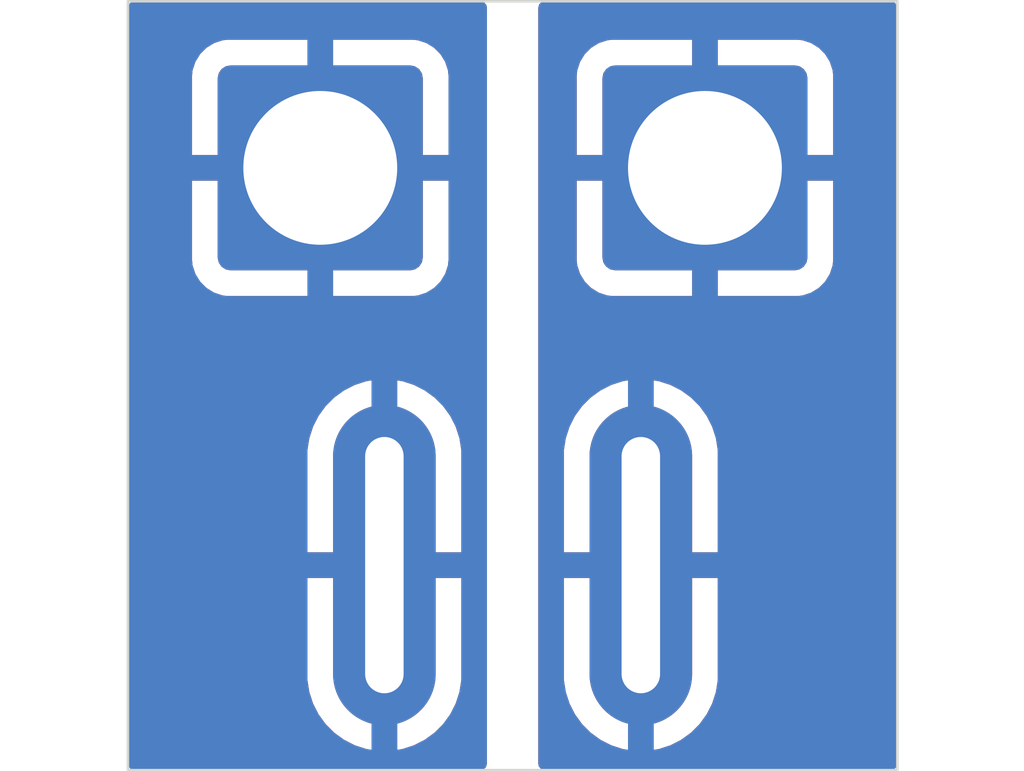
<source format=kicad_pcb>
(kicad_pcb (version 20240108) (generator "pcbnew") (generator_version "8.0")
  (layers (0 "F.Cu" signal) (31 "B.Cu" signal) (34 "B.Paste" user) (35 "F.Paste" user) (36 "B.SilkS" user "B.Silkscreen") (37 "F.SilkS" user "F.Silkscreen") (38 "B.Mask" user) (39 "F.Mask" user) (44 "Edge.Cuts" user))
  (net 0 "")
  (net 1 "/I_in")
  (net 2 "/I_out")
  (footprint "Connector_Wire:SolderWire-2.5sqmm_1x01_D2.4mm_OD3.6mm" (layer "F.Cu") (at 141.25 85.75)
    (property "Reference" "J1" (hide yes))
    (property "Value" "Conn_01x01_Pin")
    (pad "" np_thru_hole roundrect (at 0 0) (size 4 4) (drill 3) (layers "F&B.Cu" "*.Mask") (roundrect_rratio 0.0625))
  )
  (footprint "custom:rocker_spst" (layer "F.Cu") (at 145 93.5)
    (property "Reference" "SW1" (hide yes))
    (property "Value" "SW_SPST")
    (pad "" np_thru_hole oval (at -2.5 0) (size 2 6.25) (drill oval 0.75 5) (layers "F&B.Cu" "*.Mask"))
    (pad "" np_thru_hole oval (at 2.5 0) (size 2 6.25) (drill oval 0.75 5) (layers "F&B.Cu" "*.Mask"))
  )
  (footprint "Connector_Wire:SolderWire-2.5sqmm_1x01_D2.4mm_OD3.6mm" (layer "F.Cu") (at 148.75 85.75)
    (property "Reference" "J2" (hide yes))
    (property "Value" "Conn_01x01_Pin")
    (pad "" np_thru_hole roundrect (at 0 0) (size 4 4) (drill 3) (layers "F&B.Cu" "*.Mask") (roundrect_rratio 0.0625))
  )
  (gr_rect (start 137.5 82.5) (end 152.5 97.5) (stroke (width 0.05)) (fill none) (layer "Edge.Cuts"))
  (zone (net 2) (net_name "/I_out") (layer "F.Cu") (priority 1) (connect_pads (clearance 0.5)) (min_thickness 0.25) (fill yes (thermal_gap 0.5) (thermal_bridge_width 0.5))
    (polygon (pts (xy 145.5 82.5) (xy 145.5 97.5) (xy 152.5 97.5) (xy 152.5 82.5)))
  )
  (zone (net 1) (net_name "/I_in") (layer "F.Cu") (connect_pads (clearance 0.5)) (min_thickness 0.25) (fill yes (thermal_gap 0.5) (thermal_bridge_width 0.5))
    (polygon (pts (xy 137.5 82.5) (xy 137.5 97.5) (xy 144.5 97.5) (xy 144.5 82.5)))
  )
  (zone (net 1) (net_name "/I_in") (layer "B.Cu") (priority 2) (connect_pads (clearance 0.5)) (min_thickness 0.25) (fill yes (thermal_gap 0.5) (thermal_bridge_width 0.5))
    (polygon (pts (xy 137.5 82.5) (xy 137.5 97.5) (xy 144.5 97.5) (xy 144.5 82.5)))
  )
  (zone (net 2) (net_name "/I_out") (layer "B.Cu") (priority 3) (connect_pads (clearance 0.5)) (min_thickness 0.25) (fill yes (thermal_gap 0.5) (thermal_bridge_width 0.5))
    (polygon (pts (xy 145.5 82.5) (xy 145.5 97.5) (xy 152.5 97.5) (xy 152.5 82.5)))
  )
)
</source>
